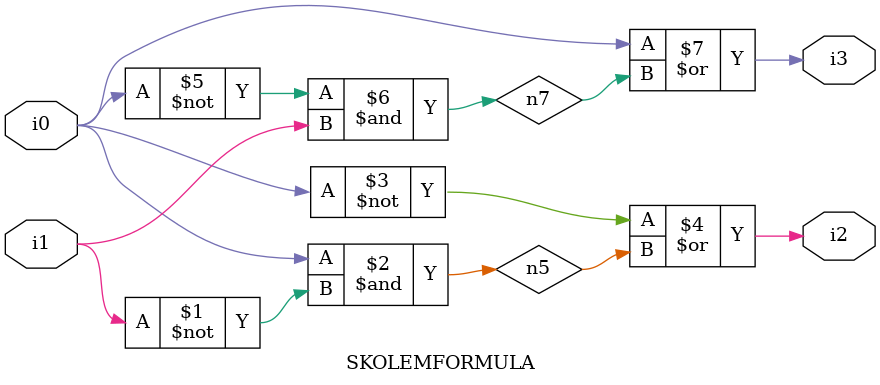
<source format=v>

module SKOLEMFORMULA ( 
    i0, i1,
    i2, i3  );
  input  i0, i1;
  output i2, i3;
  wire n5, n7;
  assign n5 = i0 & ~i1;
  assign i2 = ~i0 | n5;
  assign n7 = ~i0 & i1;
  assign i3 = i0 | n7;
endmodule



</source>
